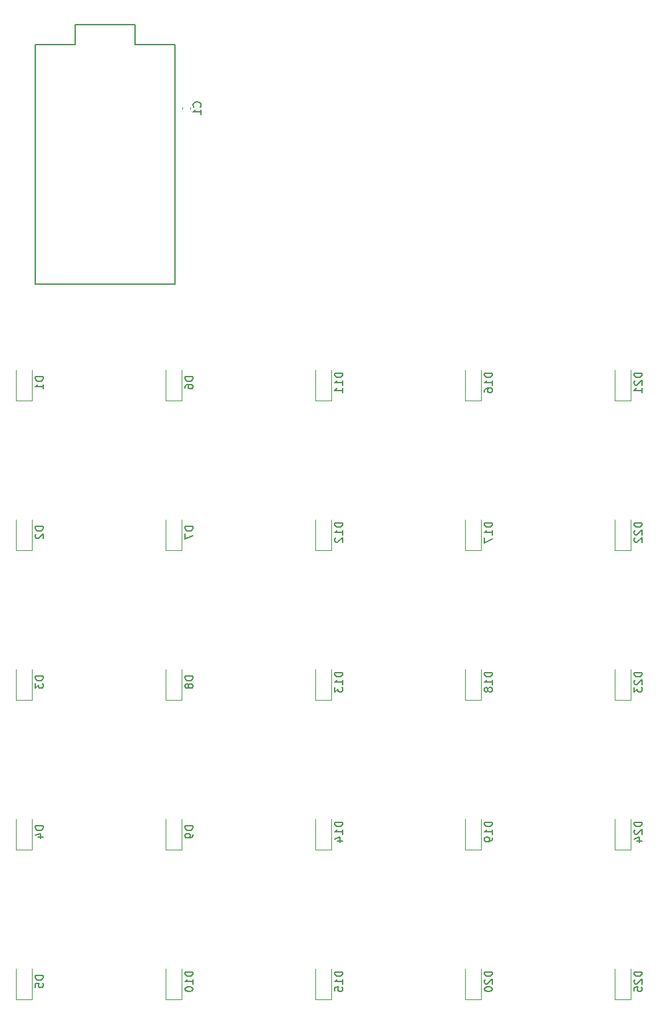
<source format=gbr>
%TF.GenerationSoftware,KiCad,Pcbnew,(5.1.8)-1*%
%TF.CreationDate,2020-11-22T17:19:48-05:00*%
%TF.ProjectId,macro_keyboard_pcb,6d616372-6f5f-46b6-9579-626f6172645f,rev?*%
%TF.SameCoordinates,Original*%
%TF.FileFunction,Legend,Bot*%
%TF.FilePolarity,Positive*%
%FSLAX46Y46*%
G04 Gerber Fmt 4.6, Leading zero omitted, Abs format (unit mm)*
G04 Created by KiCad (PCBNEW (5.1.8)-1) date 2020-11-22 17:19:48*
%MOMM*%
%LPD*%
G01*
G04 APERTURE LIST*
%ADD10C,0.120000*%
%ADD11C,0.150000*%
G04 APERTURE END LIST*
D10*
%TO.C,D25*%
X127206250Y-168937500D02*
X127206250Y-165037500D01*
X125206250Y-168937500D02*
X125206250Y-165037500D01*
X127206250Y-168937500D02*
X125206250Y-168937500D01*
%TO.C,D24*%
X127206250Y-149887500D02*
X127206250Y-145987500D01*
X125206250Y-149887500D02*
X125206250Y-145987500D01*
X127206250Y-149887500D02*
X125206250Y-149887500D01*
%TO.C,D23*%
X127206250Y-130837500D02*
X127206250Y-126937500D01*
X125206250Y-130837500D02*
X125206250Y-126937500D01*
X127206250Y-130837500D02*
X125206250Y-130837500D01*
%TO.C,D22*%
X127206250Y-111787500D02*
X127206250Y-107887500D01*
X125206250Y-111787500D02*
X125206250Y-107887500D01*
X127206250Y-111787500D02*
X125206250Y-111787500D01*
%TO.C,D21*%
X127206250Y-92737500D02*
X127206250Y-88837500D01*
X125206250Y-92737500D02*
X125206250Y-88837500D01*
X127206250Y-92737500D02*
X125206250Y-92737500D01*
%TO.C,D20*%
X108156250Y-168937500D02*
X108156250Y-165037500D01*
X106156250Y-168937500D02*
X106156250Y-165037500D01*
X108156250Y-168937500D02*
X106156250Y-168937500D01*
%TO.C,D19*%
X108156250Y-149887500D02*
X108156250Y-145987500D01*
X106156250Y-149887500D02*
X106156250Y-145987500D01*
X108156250Y-149887500D02*
X106156250Y-149887500D01*
%TO.C,D18*%
X108156250Y-130837500D02*
X108156250Y-126937500D01*
X106156250Y-130837500D02*
X106156250Y-126937500D01*
X108156250Y-130837500D02*
X106156250Y-130837500D01*
%TO.C,D17*%
X108156250Y-111787500D02*
X108156250Y-107887500D01*
X106156250Y-111787500D02*
X106156250Y-107887500D01*
X108156250Y-111787500D02*
X106156250Y-111787500D01*
%TO.C,D16*%
X108156250Y-92737500D02*
X108156250Y-88837500D01*
X106156250Y-92737500D02*
X106156250Y-88837500D01*
X108156250Y-92737500D02*
X106156250Y-92737500D01*
%TO.C,D15*%
X89106250Y-168937500D02*
X89106250Y-165037500D01*
X87106250Y-168937500D02*
X87106250Y-165037500D01*
X89106250Y-168937500D02*
X87106250Y-168937500D01*
%TO.C,D14*%
X89106250Y-149887500D02*
X89106250Y-145987500D01*
X87106250Y-149887500D02*
X87106250Y-145987500D01*
X89106250Y-149887500D02*
X87106250Y-149887500D01*
%TO.C,D13*%
X89106250Y-130837500D02*
X89106250Y-126937500D01*
X87106250Y-130837500D02*
X87106250Y-126937500D01*
X89106250Y-130837500D02*
X87106250Y-130837500D01*
%TO.C,D12*%
X89106250Y-111787500D02*
X89106250Y-107887500D01*
X87106250Y-111787500D02*
X87106250Y-107887500D01*
X89106250Y-111787500D02*
X87106250Y-111787500D01*
%TO.C,D11*%
X89106250Y-92737500D02*
X89106250Y-88837500D01*
X87106250Y-92737500D02*
X87106250Y-88837500D01*
X89106250Y-92737500D02*
X87106250Y-92737500D01*
%TO.C,D10*%
X70056250Y-168937500D02*
X70056250Y-165037500D01*
X68056250Y-168937500D02*
X68056250Y-165037500D01*
X70056250Y-168937500D02*
X68056250Y-168937500D01*
%TO.C,D9*%
X70056250Y-149887500D02*
X70056250Y-145987500D01*
X68056250Y-149887500D02*
X68056250Y-145987500D01*
X70056250Y-149887500D02*
X68056250Y-149887500D01*
%TO.C,D8*%
X70056250Y-130837500D02*
X70056250Y-126937500D01*
X68056250Y-130837500D02*
X68056250Y-126937500D01*
X70056250Y-130837500D02*
X68056250Y-130837500D01*
%TO.C,D7*%
X70056250Y-111787500D02*
X70056250Y-107887500D01*
X68056250Y-111787500D02*
X68056250Y-107887500D01*
X70056250Y-111787500D02*
X68056250Y-111787500D01*
%TO.C,D6*%
X70056250Y-92737500D02*
X70056250Y-88837500D01*
X68056250Y-92737500D02*
X68056250Y-88837500D01*
X70056250Y-92737500D02*
X68056250Y-92737500D01*
%TO.C,D5*%
X51006250Y-168937500D02*
X51006250Y-165037500D01*
X49006250Y-168937500D02*
X49006250Y-165037500D01*
X51006250Y-168937500D02*
X49006250Y-168937500D01*
%TO.C,D4*%
X51006250Y-149887500D02*
X51006250Y-145987500D01*
X49006250Y-149887500D02*
X49006250Y-145987500D01*
X51006250Y-149887500D02*
X49006250Y-149887500D01*
%TO.C,D3*%
X51006250Y-130837500D02*
X51006250Y-126937500D01*
X49006250Y-130837500D02*
X49006250Y-126937500D01*
X51006250Y-130837500D02*
X49006250Y-130837500D01*
%TO.C,D2*%
X51006250Y-111787500D02*
X51006250Y-107887500D01*
X49006250Y-111787500D02*
X49006250Y-107887500D01*
X51006250Y-111787500D02*
X49006250Y-111787500D01*
%TO.C,D1*%
X51006250Y-92737500D02*
X51006250Y-88837500D01*
X49006250Y-92737500D02*
X49006250Y-88837500D01*
X51006250Y-92737500D02*
X49006250Y-92737500D01*
D11*
%TO.C,U1*%
X69215000Y-77946250D02*
X51435000Y-77946250D01*
X51435000Y-77946250D02*
X51435000Y-47466250D01*
X51435000Y-47466250D02*
X56515000Y-47466250D01*
X56515000Y-47466250D02*
X56515000Y-44926250D01*
X56515000Y-44926250D02*
X64135000Y-44926250D01*
X64135000Y-44926250D02*
X64135000Y-47466250D01*
X64135000Y-47466250D02*
X69215000Y-47466250D01*
X69215000Y-47466250D02*
X69215000Y-77946250D01*
D10*
%TO.C,C1*%
X71153750Y-55708767D02*
X71153750Y-55416233D01*
X70133750Y-55708767D02*
X70133750Y-55416233D01*
%TO.C,D25*%
D11*
X128658630Y-165473214D02*
X127658630Y-165473214D01*
X127658630Y-165711309D01*
X127706250Y-165854166D01*
X127801488Y-165949404D01*
X127896726Y-165997023D01*
X128087202Y-166044642D01*
X128230059Y-166044642D01*
X128420535Y-165997023D01*
X128515773Y-165949404D01*
X128611011Y-165854166D01*
X128658630Y-165711309D01*
X128658630Y-165473214D01*
X127753869Y-166425595D02*
X127706250Y-166473214D01*
X127658630Y-166568452D01*
X127658630Y-166806547D01*
X127706250Y-166901785D01*
X127753869Y-166949404D01*
X127849107Y-166997023D01*
X127944345Y-166997023D01*
X128087202Y-166949404D01*
X128658630Y-166377976D01*
X128658630Y-166997023D01*
X127658630Y-167901785D02*
X127658630Y-167425595D01*
X128134821Y-167377976D01*
X128087202Y-167425595D01*
X128039583Y-167520833D01*
X128039583Y-167758928D01*
X128087202Y-167854166D01*
X128134821Y-167901785D01*
X128230059Y-167949404D01*
X128468154Y-167949404D01*
X128563392Y-167901785D01*
X128611011Y-167854166D01*
X128658630Y-167758928D01*
X128658630Y-167520833D01*
X128611011Y-167425595D01*
X128563392Y-167377976D01*
%TO.C,D24*%
X128658630Y-146423214D02*
X127658630Y-146423214D01*
X127658630Y-146661309D01*
X127706250Y-146804166D01*
X127801488Y-146899404D01*
X127896726Y-146947023D01*
X128087202Y-146994642D01*
X128230059Y-146994642D01*
X128420535Y-146947023D01*
X128515773Y-146899404D01*
X128611011Y-146804166D01*
X128658630Y-146661309D01*
X128658630Y-146423214D01*
X127753869Y-147375595D02*
X127706250Y-147423214D01*
X127658630Y-147518452D01*
X127658630Y-147756547D01*
X127706250Y-147851785D01*
X127753869Y-147899404D01*
X127849107Y-147947023D01*
X127944345Y-147947023D01*
X128087202Y-147899404D01*
X128658630Y-147327976D01*
X128658630Y-147947023D01*
X127991964Y-148804166D02*
X128658630Y-148804166D01*
X127611011Y-148566071D02*
X128325297Y-148327976D01*
X128325297Y-148947023D01*
%TO.C,D23*%
X128658630Y-127373214D02*
X127658630Y-127373214D01*
X127658630Y-127611309D01*
X127706250Y-127754166D01*
X127801488Y-127849404D01*
X127896726Y-127897023D01*
X128087202Y-127944642D01*
X128230059Y-127944642D01*
X128420535Y-127897023D01*
X128515773Y-127849404D01*
X128611011Y-127754166D01*
X128658630Y-127611309D01*
X128658630Y-127373214D01*
X127753869Y-128325595D02*
X127706250Y-128373214D01*
X127658630Y-128468452D01*
X127658630Y-128706547D01*
X127706250Y-128801785D01*
X127753869Y-128849404D01*
X127849107Y-128897023D01*
X127944345Y-128897023D01*
X128087202Y-128849404D01*
X128658630Y-128277976D01*
X128658630Y-128897023D01*
X127658630Y-129230357D02*
X127658630Y-129849404D01*
X128039583Y-129516071D01*
X128039583Y-129658928D01*
X128087202Y-129754166D01*
X128134821Y-129801785D01*
X128230059Y-129849404D01*
X128468154Y-129849404D01*
X128563392Y-129801785D01*
X128611011Y-129754166D01*
X128658630Y-129658928D01*
X128658630Y-129373214D01*
X128611011Y-129277976D01*
X128563392Y-129230357D01*
%TO.C,D22*%
X128658630Y-108323214D02*
X127658630Y-108323214D01*
X127658630Y-108561309D01*
X127706250Y-108704166D01*
X127801488Y-108799404D01*
X127896726Y-108847023D01*
X128087202Y-108894642D01*
X128230059Y-108894642D01*
X128420535Y-108847023D01*
X128515773Y-108799404D01*
X128611011Y-108704166D01*
X128658630Y-108561309D01*
X128658630Y-108323214D01*
X127753869Y-109275595D02*
X127706250Y-109323214D01*
X127658630Y-109418452D01*
X127658630Y-109656547D01*
X127706250Y-109751785D01*
X127753869Y-109799404D01*
X127849107Y-109847023D01*
X127944345Y-109847023D01*
X128087202Y-109799404D01*
X128658630Y-109227976D01*
X128658630Y-109847023D01*
X127753869Y-110227976D02*
X127706250Y-110275595D01*
X127658630Y-110370833D01*
X127658630Y-110608928D01*
X127706250Y-110704166D01*
X127753869Y-110751785D01*
X127849107Y-110799404D01*
X127944345Y-110799404D01*
X128087202Y-110751785D01*
X128658630Y-110180357D01*
X128658630Y-110799404D01*
%TO.C,D21*%
X128658630Y-89273214D02*
X127658630Y-89273214D01*
X127658630Y-89511309D01*
X127706250Y-89654166D01*
X127801488Y-89749404D01*
X127896726Y-89797023D01*
X128087202Y-89844642D01*
X128230059Y-89844642D01*
X128420535Y-89797023D01*
X128515773Y-89749404D01*
X128611011Y-89654166D01*
X128658630Y-89511309D01*
X128658630Y-89273214D01*
X127753869Y-90225595D02*
X127706250Y-90273214D01*
X127658630Y-90368452D01*
X127658630Y-90606547D01*
X127706250Y-90701785D01*
X127753869Y-90749404D01*
X127849107Y-90797023D01*
X127944345Y-90797023D01*
X128087202Y-90749404D01*
X128658630Y-90177976D01*
X128658630Y-90797023D01*
X128658630Y-91749404D02*
X128658630Y-91177976D01*
X128658630Y-91463690D02*
X127658630Y-91463690D01*
X127801488Y-91368452D01*
X127896726Y-91273214D01*
X127944345Y-91177976D01*
%TO.C,D20*%
X109608630Y-165473214D02*
X108608630Y-165473214D01*
X108608630Y-165711309D01*
X108656250Y-165854166D01*
X108751488Y-165949404D01*
X108846726Y-165997023D01*
X109037202Y-166044642D01*
X109180059Y-166044642D01*
X109370535Y-165997023D01*
X109465773Y-165949404D01*
X109561011Y-165854166D01*
X109608630Y-165711309D01*
X109608630Y-165473214D01*
X108703869Y-166425595D02*
X108656250Y-166473214D01*
X108608630Y-166568452D01*
X108608630Y-166806547D01*
X108656250Y-166901785D01*
X108703869Y-166949404D01*
X108799107Y-166997023D01*
X108894345Y-166997023D01*
X109037202Y-166949404D01*
X109608630Y-166377976D01*
X109608630Y-166997023D01*
X108608630Y-167616071D02*
X108608630Y-167711309D01*
X108656250Y-167806547D01*
X108703869Y-167854166D01*
X108799107Y-167901785D01*
X108989583Y-167949404D01*
X109227678Y-167949404D01*
X109418154Y-167901785D01*
X109513392Y-167854166D01*
X109561011Y-167806547D01*
X109608630Y-167711309D01*
X109608630Y-167616071D01*
X109561011Y-167520833D01*
X109513392Y-167473214D01*
X109418154Y-167425595D01*
X109227678Y-167377976D01*
X108989583Y-167377976D01*
X108799107Y-167425595D01*
X108703869Y-167473214D01*
X108656250Y-167520833D01*
X108608630Y-167616071D01*
%TO.C,D19*%
X109608630Y-146423214D02*
X108608630Y-146423214D01*
X108608630Y-146661309D01*
X108656250Y-146804166D01*
X108751488Y-146899404D01*
X108846726Y-146947023D01*
X109037202Y-146994642D01*
X109180059Y-146994642D01*
X109370535Y-146947023D01*
X109465773Y-146899404D01*
X109561011Y-146804166D01*
X109608630Y-146661309D01*
X109608630Y-146423214D01*
X109608630Y-147947023D02*
X109608630Y-147375595D01*
X109608630Y-147661309D02*
X108608630Y-147661309D01*
X108751488Y-147566071D01*
X108846726Y-147470833D01*
X108894345Y-147375595D01*
X109608630Y-148423214D02*
X109608630Y-148613690D01*
X109561011Y-148708928D01*
X109513392Y-148756547D01*
X109370535Y-148851785D01*
X109180059Y-148899404D01*
X108799107Y-148899404D01*
X108703869Y-148851785D01*
X108656250Y-148804166D01*
X108608630Y-148708928D01*
X108608630Y-148518452D01*
X108656250Y-148423214D01*
X108703869Y-148375595D01*
X108799107Y-148327976D01*
X109037202Y-148327976D01*
X109132440Y-148375595D01*
X109180059Y-148423214D01*
X109227678Y-148518452D01*
X109227678Y-148708928D01*
X109180059Y-148804166D01*
X109132440Y-148851785D01*
X109037202Y-148899404D01*
%TO.C,D18*%
X109608630Y-127373214D02*
X108608630Y-127373214D01*
X108608630Y-127611309D01*
X108656250Y-127754166D01*
X108751488Y-127849404D01*
X108846726Y-127897023D01*
X109037202Y-127944642D01*
X109180059Y-127944642D01*
X109370535Y-127897023D01*
X109465773Y-127849404D01*
X109561011Y-127754166D01*
X109608630Y-127611309D01*
X109608630Y-127373214D01*
X109608630Y-128897023D02*
X109608630Y-128325595D01*
X109608630Y-128611309D02*
X108608630Y-128611309D01*
X108751488Y-128516071D01*
X108846726Y-128420833D01*
X108894345Y-128325595D01*
X109037202Y-129468452D02*
X108989583Y-129373214D01*
X108941964Y-129325595D01*
X108846726Y-129277976D01*
X108799107Y-129277976D01*
X108703869Y-129325595D01*
X108656250Y-129373214D01*
X108608630Y-129468452D01*
X108608630Y-129658928D01*
X108656250Y-129754166D01*
X108703869Y-129801785D01*
X108799107Y-129849404D01*
X108846726Y-129849404D01*
X108941964Y-129801785D01*
X108989583Y-129754166D01*
X109037202Y-129658928D01*
X109037202Y-129468452D01*
X109084821Y-129373214D01*
X109132440Y-129325595D01*
X109227678Y-129277976D01*
X109418154Y-129277976D01*
X109513392Y-129325595D01*
X109561011Y-129373214D01*
X109608630Y-129468452D01*
X109608630Y-129658928D01*
X109561011Y-129754166D01*
X109513392Y-129801785D01*
X109418154Y-129849404D01*
X109227678Y-129849404D01*
X109132440Y-129801785D01*
X109084821Y-129754166D01*
X109037202Y-129658928D01*
%TO.C,D17*%
X109608630Y-108323214D02*
X108608630Y-108323214D01*
X108608630Y-108561309D01*
X108656250Y-108704166D01*
X108751488Y-108799404D01*
X108846726Y-108847023D01*
X109037202Y-108894642D01*
X109180059Y-108894642D01*
X109370535Y-108847023D01*
X109465773Y-108799404D01*
X109561011Y-108704166D01*
X109608630Y-108561309D01*
X109608630Y-108323214D01*
X109608630Y-109847023D02*
X109608630Y-109275595D01*
X109608630Y-109561309D02*
X108608630Y-109561309D01*
X108751488Y-109466071D01*
X108846726Y-109370833D01*
X108894345Y-109275595D01*
X108608630Y-110180357D02*
X108608630Y-110847023D01*
X109608630Y-110418452D01*
%TO.C,D16*%
X109608630Y-89273214D02*
X108608630Y-89273214D01*
X108608630Y-89511309D01*
X108656250Y-89654166D01*
X108751488Y-89749404D01*
X108846726Y-89797023D01*
X109037202Y-89844642D01*
X109180059Y-89844642D01*
X109370535Y-89797023D01*
X109465773Y-89749404D01*
X109561011Y-89654166D01*
X109608630Y-89511309D01*
X109608630Y-89273214D01*
X109608630Y-90797023D02*
X109608630Y-90225595D01*
X109608630Y-90511309D02*
X108608630Y-90511309D01*
X108751488Y-90416071D01*
X108846726Y-90320833D01*
X108894345Y-90225595D01*
X108608630Y-91654166D02*
X108608630Y-91463690D01*
X108656250Y-91368452D01*
X108703869Y-91320833D01*
X108846726Y-91225595D01*
X109037202Y-91177976D01*
X109418154Y-91177976D01*
X109513392Y-91225595D01*
X109561011Y-91273214D01*
X109608630Y-91368452D01*
X109608630Y-91558928D01*
X109561011Y-91654166D01*
X109513392Y-91701785D01*
X109418154Y-91749404D01*
X109180059Y-91749404D01*
X109084821Y-91701785D01*
X109037202Y-91654166D01*
X108989583Y-91558928D01*
X108989583Y-91368452D01*
X109037202Y-91273214D01*
X109084821Y-91225595D01*
X109180059Y-91177976D01*
%TO.C,D15*%
X90558630Y-165473214D02*
X89558630Y-165473214D01*
X89558630Y-165711309D01*
X89606250Y-165854166D01*
X89701488Y-165949404D01*
X89796726Y-165997023D01*
X89987202Y-166044642D01*
X90130059Y-166044642D01*
X90320535Y-165997023D01*
X90415773Y-165949404D01*
X90511011Y-165854166D01*
X90558630Y-165711309D01*
X90558630Y-165473214D01*
X90558630Y-166997023D02*
X90558630Y-166425595D01*
X90558630Y-166711309D02*
X89558630Y-166711309D01*
X89701488Y-166616071D01*
X89796726Y-166520833D01*
X89844345Y-166425595D01*
X89558630Y-167901785D02*
X89558630Y-167425595D01*
X90034821Y-167377976D01*
X89987202Y-167425595D01*
X89939583Y-167520833D01*
X89939583Y-167758928D01*
X89987202Y-167854166D01*
X90034821Y-167901785D01*
X90130059Y-167949404D01*
X90368154Y-167949404D01*
X90463392Y-167901785D01*
X90511011Y-167854166D01*
X90558630Y-167758928D01*
X90558630Y-167520833D01*
X90511011Y-167425595D01*
X90463392Y-167377976D01*
%TO.C,D14*%
X90558630Y-146423214D02*
X89558630Y-146423214D01*
X89558630Y-146661309D01*
X89606250Y-146804166D01*
X89701488Y-146899404D01*
X89796726Y-146947023D01*
X89987202Y-146994642D01*
X90130059Y-146994642D01*
X90320535Y-146947023D01*
X90415773Y-146899404D01*
X90511011Y-146804166D01*
X90558630Y-146661309D01*
X90558630Y-146423214D01*
X90558630Y-147947023D02*
X90558630Y-147375595D01*
X90558630Y-147661309D02*
X89558630Y-147661309D01*
X89701488Y-147566071D01*
X89796726Y-147470833D01*
X89844345Y-147375595D01*
X89891964Y-148804166D02*
X90558630Y-148804166D01*
X89511011Y-148566071D02*
X90225297Y-148327976D01*
X90225297Y-148947023D01*
%TO.C,D13*%
X90558630Y-127373214D02*
X89558630Y-127373214D01*
X89558630Y-127611309D01*
X89606250Y-127754166D01*
X89701488Y-127849404D01*
X89796726Y-127897023D01*
X89987202Y-127944642D01*
X90130059Y-127944642D01*
X90320535Y-127897023D01*
X90415773Y-127849404D01*
X90511011Y-127754166D01*
X90558630Y-127611309D01*
X90558630Y-127373214D01*
X90558630Y-128897023D02*
X90558630Y-128325595D01*
X90558630Y-128611309D02*
X89558630Y-128611309D01*
X89701488Y-128516071D01*
X89796726Y-128420833D01*
X89844345Y-128325595D01*
X89558630Y-129230357D02*
X89558630Y-129849404D01*
X89939583Y-129516071D01*
X89939583Y-129658928D01*
X89987202Y-129754166D01*
X90034821Y-129801785D01*
X90130059Y-129849404D01*
X90368154Y-129849404D01*
X90463392Y-129801785D01*
X90511011Y-129754166D01*
X90558630Y-129658928D01*
X90558630Y-129373214D01*
X90511011Y-129277976D01*
X90463392Y-129230357D01*
%TO.C,D12*%
X90558630Y-108323214D02*
X89558630Y-108323214D01*
X89558630Y-108561309D01*
X89606250Y-108704166D01*
X89701488Y-108799404D01*
X89796726Y-108847023D01*
X89987202Y-108894642D01*
X90130059Y-108894642D01*
X90320535Y-108847023D01*
X90415773Y-108799404D01*
X90511011Y-108704166D01*
X90558630Y-108561309D01*
X90558630Y-108323214D01*
X90558630Y-109847023D02*
X90558630Y-109275595D01*
X90558630Y-109561309D02*
X89558630Y-109561309D01*
X89701488Y-109466071D01*
X89796726Y-109370833D01*
X89844345Y-109275595D01*
X89653869Y-110227976D02*
X89606250Y-110275595D01*
X89558630Y-110370833D01*
X89558630Y-110608928D01*
X89606250Y-110704166D01*
X89653869Y-110751785D01*
X89749107Y-110799404D01*
X89844345Y-110799404D01*
X89987202Y-110751785D01*
X90558630Y-110180357D01*
X90558630Y-110799404D01*
%TO.C,D11*%
X90558630Y-89273214D02*
X89558630Y-89273214D01*
X89558630Y-89511309D01*
X89606250Y-89654166D01*
X89701488Y-89749404D01*
X89796726Y-89797023D01*
X89987202Y-89844642D01*
X90130059Y-89844642D01*
X90320535Y-89797023D01*
X90415773Y-89749404D01*
X90511011Y-89654166D01*
X90558630Y-89511309D01*
X90558630Y-89273214D01*
X90558630Y-90797023D02*
X90558630Y-90225595D01*
X90558630Y-90511309D02*
X89558630Y-90511309D01*
X89701488Y-90416071D01*
X89796726Y-90320833D01*
X89844345Y-90225595D01*
X90558630Y-91749404D02*
X90558630Y-91177976D01*
X90558630Y-91463690D02*
X89558630Y-91463690D01*
X89701488Y-91368452D01*
X89796726Y-91273214D01*
X89844345Y-91177976D01*
%TO.C,D10*%
X71508630Y-165473214D02*
X70508630Y-165473214D01*
X70508630Y-165711309D01*
X70556250Y-165854166D01*
X70651488Y-165949404D01*
X70746726Y-165997023D01*
X70937202Y-166044642D01*
X71080059Y-166044642D01*
X71270535Y-165997023D01*
X71365773Y-165949404D01*
X71461011Y-165854166D01*
X71508630Y-165711309D01*
X71508630Y-165473214D01*
X71508630Y-166997023D02*
X71508630Y-166425595D01*
X71508630Y-166711309D02*
X70508630Y-166711309D01*
X70651488Y-166616071D01*
X70746726Y-166520833D01*
X70794345Y-166425595D01*
X70508630Y-167616071D02*
X70508630Y-167711309D01*
X70556250Y-167806547D01*
X70603869Y-167854166D01*
X70699107Y-167901785D01*
X70889583Y-167949404D01*
X71127678Y-167949404D01*
X71318154Y-167901785D01*
X71413392Y-167854166D01*
X71461011Y-167806547D01*
X71508630Y-167711309D01*
X71508630Y-167616071D01*
X71461011Y-167520833D01*
X71413392Y-167473214D01*
X71318154Y-167425595D01*
X71127678Y-167377976D01*
X70889583Y-167377976D01*
X70699107Y-167425595D01*
X70603869Y-167473214D01*
X70556250Y-167520833D01*
X70508630Y-167616071D01*
%TO.C,D9*%
X71508630Y-146899404D02*
X70508630Y-146899404D01*
X70508630Y-147137500D01*
X70556250Y-147280357D01*
X70651488Y-147375595D01*
X70746726Y-147423214D01*
X70937202Y-147470833D01*
X71080059Y-147470833D01*
X71270535Y-147423214D01*
X71365773Y-147375595D01*
X71461011Y-147280357D01*
X71508630Y-147137500D01*
X71508630Y-146899404D01*
X71508630Y-147947023D02*
X71508630Y-148137500D01*
X71461011Y-148232738D01*
X71413392Y-148280357D01*
X71270535Y-148375595D01*
X71080059Y-148423214D01*
X70699107Y-148423214D01*
X70603869Y-148375595D01*
X70556250Y-148327976D01*
X70508630Y-148232738D01*
X70508630Y-148042261D01*
X70556250Y-147947023D01*
X70603869Y-147899404D01*
X70699107Y-147851785D01*
X70937202Y-147851785D01*
X71032440Y-147899404D01*
X71080059Y-147947023D01*
X71127678Y-148042261D01*
X71127678Y-148232738D01*
X71080059Y-148327976D01*
X71032440Y-148375595D01*
X70937202Y-148423214D01*
%TO.C,D8*%
X71508630Y-127849404D02*
X70508630Y-127849404D01*
X70508630Y-128087500D01*
X70556250Y-128230357D01*
X70651488Y-128325595D01*
X70746726Y-128373214D01*
X70937202Y-128420833D01*
X71080059Y-128420833D01*
X71270535Y-128373214D01*
X71365773Y-128325595D01*
X71461011Y-128230357D01*
X71508630Y-128087500D01*
X71508630Y-127849404D01*
X70937202Y-128992261D02*
X70889583Y-128897023D01*
X70841964Y-128849404D01*
X70746726Y-128801785D01*
X70699107Y-128801785D01*
X70603869Y-128849404D01*
X70556250Y-128897023D01*
X70508630Y-128992261D01*
X70508630Y-129182738D01*
X70556250Y-129277976D01*
X70603869Y-129325595D01*
X70699107Y-129373214D01*
X70746726Y-129373214D01*
X70841964Y-129325595D01*
X70889583Y-129277976D01*
X70937202Y-129182738D01*
X70937202Y-128992261D01*
X70984821Y-128897023D01*
X71032440Y-128849404D01*
X71127678Y-128801785D01*
X71318154Y-128801785D01*
X71413392Y-128849404D01*
X71461011Y-128897023D01*
X71508630Y-128992261D01*
X71508630Y-129182738D01*
X71461011Y-129277976D01*
X71413392Y-129325595D01*
X71318154Y-129373214D01*
X71127678Y-129373214D01*
X71032440Y-129325595D01*
X70984821Y-129277976D01*
X70937202Y-129182738D01*
%TO.C,D7*%
X71508630Y-108799404D02*
X70508630Y-108799404D01*
X70508630Y-109037500D01*
X70556250Y-109180357D01*
X70651488Y-109275595D01*
X70746726Y-109323214D01*
X70937202Y-109370833D01*
X71080059Y-109370833D01*
X71270535Y-109323214D01*
X71365773Y-109275595D01*
X71461011Y-109180357D01*
X71508630Y-109037500D01*
X71508630Y-108799404D01*
X70508630Y-109704166D02*
X70508630Y-110370833D01*
X71508630Y-109942261D01*
%TO.C,D6*%
X71508630Y-89749404D02*
X70508630Y-89749404D01*
X70508630Y-89987500D01*
X70556250Y-90130357D01*
X70651488Y-90225595D01*
X70746726Y-90273214D01*
X70937202Y-90320833D01*
X71080059Y-90320833D01*
X71270535Y-90273214D01*
X71365773Y-90225595D01*
X71461011Y-90130357D01*
X71508630Y-89987500D01*
X71508630Y-89749404D01*
X70508630Y-91177976D02*
X70508630Y-90987500D01*
X70556250Y-90892261D01*
X70603869Y-90844642D01*
X70746726Y-90749404D01*
X70937202Y-90701785D01*
X71318154Y-90701785D01*
X71413392Y-90749404D01*
X71461011Y-90797023D01*
X71508630Y-90892261D01*
X71508630Y-91082738D01*
X71461011Y-91177976D01*
X71413392Y-91225595D01*
X71318154Y-91273214D01*
X71080059Y-91273214D01*
X70984821Y-91225595D01*
X70937202Y-91177976D01*
X70889583Y-91082738D01*
X70889583Y-90892261D01*
X70937202Y-90797023D01*
X70984821Y-90749404D01*
X71080059Y-90701785D01*
%TO.C,D5*%
X52458630Y-165949404D02*
X51458630Y-165949404D01*
X51458630Y-166187500D01*
X51506250Y-166330357D01*
X51601488Y-166425595D01*
X51696726Y-166473214D01*
X51887202Y-166520833D01*
X52030059Y-166520833D01*
X52220535Y-166473214D01*
X52315773Y-166425595D01*
X52411011Y-166330357D01*
X52458630Y-166187500D01*
X52458630Y-165949404D01*
X51458630Y-167425595D02*
X51458630Y-166949404D01*
X51934821Y-166901785D01*
X51887202Y-166949404D01*
X51839583Y-167044642D01*
X51839583Y-167282738D01*
X51887202Y-167377976D01*
X51934821Y-167425595D01*
X52030059Y-167473214D01*
X52268154Y-167473214D01*
X52363392Y-167425595D01*
X52411011Y-167377976D01*
X52458630Y-167282738D01*
X52458630Y-167044642D01*
X52411011Y-166949404D01*
X52363392Y-166901785D01*
%TO.C,D4*%
X52458630Y-146899404D02*
X51458630Y-146899404D01*
X51458630Y-147137500D01*
X51506250Y-147280357D01*
X51601488Y-147375595D01*
X51696726Y-147423214D01*
X51887202Y-147470833D01*
X52030059Y-147470833D01*
X52220535Y-147423214D01*
X52315773Y-147375595D01*
X52411011Y-147280357D01*
X52458630Y-147137500D01*
X52458630Y-146899404D01*
X51791964Y-148327976D02*
X52458630Y-148327976D01*
X51411011Y-148089880D02*
X52125297Y-147851785D01*
X52125297Y-148470833D01*
%TO.C,D3*%
X52458630Y-127849404D02*
X51458630Y-127849404D01*
X51458630Y-128087500D01*
X51506250Y-128230357D01*
X51601488Y-128325595D01*
X51696726Y-128373214D01*
X51887202Y-128420833D01*
X52030059Y-128420833D01*
X52220535Y-128373214D01*
X52315773Y-128325595D01*
X52411011Y-128230357D01*
X52458630Y-128087500D01*
X52458630Y-127849404D01*
X51458630Y-128754166D02*
X51458630Y-129373214D01*
X51839583Y-129039880D01*
X51839583Y-129182738D01*
X51887202Y-129277976D01*
X51934821Y-129325595D01*
X52030059Y-129373214D01*
X52268154Y-129373214D01*
X52363392Y-129325595D01*
X52411011Y-129277976D01*
X52458630Y-129182738D01*
X52458630Y-128897023D01*
X52411011Y-128801785D01*
X52363392Y-128754166D01*
%TO.C,D2*%
X52458630Y-108799404D02*
X51458630Y-108799404D01*
X51458630Y-109037500D01*
X51506250Y-109180357D01*
X51601488Y-109275595D01*
X51696726Y-109323214D01*
X51887202Y-109370833D01*
X52030059Y-109370833D01*
X52220535Y-109323214D01*
X52315773Y-109275595D01*
X52411011Y-109180357D01*
X52458630Y-109037500D01*
X52458630Y-108799404D01*
X51553869Y-109751785D02*
X51506250Y-109799404D01*
X51458630Y-109894642D01*
X51458630Y-110132738D01*
X51506250Y-110227976D01*
X51553869Y-110275595D01*
X51649107Y-110323214D01*
X51744345Y-110323214D01*
X51887202Y-110275595D01*
X52458630Y-109704166D01*
X52458630Y-110323214D01*
%TO.C,D1*%
X52458630Y-89749404D02*
X51458630Y-89749404D01*
X51458630Y-89987500D01*
X51506250Y-90130357D01*
X51601488Y-90225595D01*
X51696726Y-90273214D01*
X51887202Y-90320833D01*
X52030059Y-90320833D01*
X52220535Y-90273214D01*
X52315773Y-90225595D01*
X52411011Y-90130357D01*
X52458630Y-89987500D01*
X52458630Y-89749404D01*
X52458630Y-91273214D02*
X52458630Y-90701785D01*
X52458630Y-90987500D02*
X51458630Y-90987500D01*
X51601488Y-90892261D01*
X51696726Y-90797023D01*
X51744345Y-90701785D01*
%TO.C,C1*%
X72430892Y-55395833D02*
X72478511Y-55348214D01*
X72526130Y-55205357D01*
X72526130Y-55110119D01*
X72478511Y-54967261D01*
X72383273Y-54872023D01*
X72288035Y-54824404D01*
X72097559Y-54776785D01*
X71954702Y-54776785D01*
X71764226Y-54824404D01*
X71668988Y-54872023D01*
X71573750Y-54967261D01*
X71526130Y-55110119D01*
X71526130Y-55205357D01*
X71573750Y-55348214D01*
X71621369Y-55395833D01*
X72526130Y-56348214D02*
X72526130Y-55776785D01*
X72526130Y-56062500D02*
X71526130Y-56062500D01*
X71668988Y-55967261D01*
X71764226Y-55872023D01*
X71811845Y-55776785D01*
%TD*%
M02*

</source>
